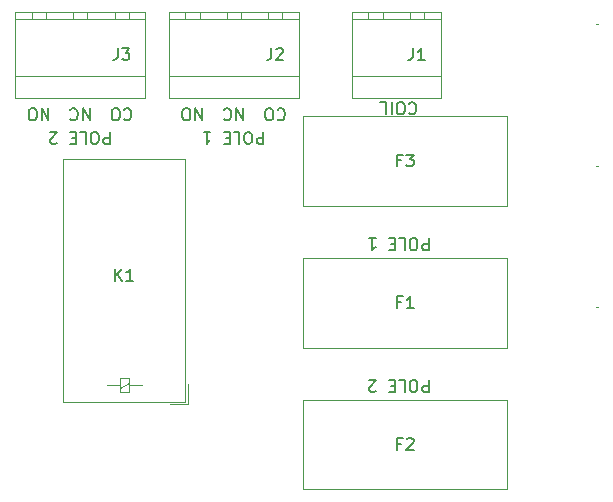
<source format=gto>
G04 #@! TF.GenerationSoftware,KiCad,Pcbnew,5.1.5-1.fc31*
G04 #@! TF.CreationDate,2020-01-08T13:59:17+01:00*
G04 #@! TF.ProjectId,troll-relay,74726f6c-6c2d-4726-956c-61792e6b6963,rev?*
G04 #@! TF.SameCoordinates,Original*
G04 #@! TF.FileFunction,Legend,Top*
G04 #@! TF.FilePolarity,Positive*
%FSLAX46Y46*%
G04 Gerber Fmt 4.6, Leading zero omitted, Abs format (unit mm)*
G04 Created by KiCad (PCBNEW 5.1.5-1.fc31) date 2020-01-08 13:59:17*
%MOMM*%
%LPD*%
G04 APERTURE LIST*
%ADD10C,0.150000*%
%ADD11C,0.120000*%
G04 APERTURE END LIST*
D10*
X160000000Y-127547619D02*
X160000000Y-128547619D01*
X159619047Y-128547619D01*
X159523809Y-128500000D01*
X159476190Y-128452380D01*
X159428571Y-128357142D01*
X159428571Y-128214285D01*
X159476190Y-128119047D01*
X159523809Y-128071428D01*
X159619047Y-128023809D01*
X160000000Y-128023809D01*
X158809523Y-128547619D02*
X158619047Y-128547619D01*
X158523809Y-128500000D01*
X158428571Y-128404761D01*
X158380952Y-128214285D01*
X158380952Y-127880952D01*
X158428571Y-127690476D01*
X158523809Y-127595238D01*
X158619047Y-127547619D01*
X158809523Y-127547619D01*
X158904761Y-127595238D01*
X159000000Y-127690476D01*
X159047619Y-127880952D01*
X159047619Y-128214285D01*
X159000000Y-128404761D01*
X158904761Y-128500000D01*
X158809523Y-128547619D01*
X157476190Y-127547619D02*
X157952380Y-127547619D01*
X157952380Y-128547619D01*
X157142857Y-128071428D02*
X156809523Y-128071428D01*
X156666666Y-127547619D02*
X157142857Y-127547619D01*
X157142857Y-128547619D01*
X156666666Y-128547619D01*
X155523809Y-128452380D02*
X155476190Y-128500000D01*
X155380952Y-128547619D01*
X155142857Y-128547619D01*
X155047619Y-128500000D01*
X155000000Y-128452380D01*
X154952380Y-128357142D01*
X154952380Y-128261904D01*
X155000000Y-128119047D01*
X155571428Y-127547619D01*
X154952380Y-127547619D01*
X160000000Y-115547619D02*
X160000000Y-116547619D01*
X159619047Y-116547619D01*
X159523809Y-116500000D01*
X159476190Y-116452380D01*
X159428571Y-116357142D01*
X159428571Y-116214285D01*
X159476190Y-116119047D01*
X159523809Y-116071428D01*
X159619047Y-116023809D01*
X160000000Y-116023809D01*
X158809523Y-116547619D02*
X158619047Y-116547619D01*
X158523809Y-116500000D01*
X158428571Y-116404761D01*
X158380952Y-116214285D01*
X158380952Y-115880952D01*
X158428571Y-115690476D01*
X158523809Y-115595238D01*
X158619047Y-115547619D01*
X158809523Y-115547619D01*
X158904761Y-115595238D01*
X159000000Y-115690476D01*
X159047619Y-115880952D01*
X159047619Y-116214285D01*
X159000000Y-116404761D01*
X158904761Y-116500000D01*
X158809523Y-116547619D01*
X157476190Y-115547619D02*
X157952380Y-115547619D01*
X157952380Y-116547619D01*
X157142857Y-116071428D02*
X156809523Y-116071428D01*
X156666666Y-115547619D02*
X157142857Y-115547619D01*
X157142857Y-116547619D01*
X156666666Y-116547619D01*
X154952380Y-115547619D02*
X155523809Y-115547619D01*
X155238095Y-115547619D02*
X155238095Y-116547619D01*
X155333333Y-116404761D01*
X155428571Y-116309523D01*
X155523809Y-116261904D01*
X146000000Y-106547619D02*
X146000000Y-107547619D01*
X145619047Y-107547619D01*
X145523809Y-107500000D01*
X145476190Y-107452380D01*
X145428571Y-107357142D01*
X145428571Y-107214285D01*
X145476190Y-107119047D01*
X145523809Y-107071428D01*
X145619047Y-107023809D01*
X146000000Y-107023809D01*
X144809523Y-107547619D02*
X144619047Y-107547619D01*
X144523809Y-107500000D01*
X144428571Y-107404761D01*
X144380952Y-107214285D01*
X144380952Y-106880952D01*
X144428571Y-106690476D01*
X144523809Y-106595238D01*
X144619047Y-106547619D01*
X144809523Y-106547619D01*
X144904761Y-106595238D01*
X145000000Y-106690476D01*
X145047619Y-106880952D01*
X145047619Y-107214285D01*
X145000000Y-107404761D01*
X144904761Y-107500000D01*
X144809523Y-107547619D01*
X143476190Y-106547619D02*
X143952380Y-106547619D01*
X143952380Y-107547619D01*
X143142857Y-107071428D02*
X142809523Y-107071428D01*
X142666666Y-106547619D02*
X143142857Y-106547619D01*
X143142857Y-107547619D01*
X142666666Y-107547619D01*
X140952380Y-106547619D02*
X141523809Y-106547619D01*
X141238095Y-106547619D02*
X141238095Y-107547619D01*
X141333333Y-107404761D01*
X141428571Y-107309523D01*
X141523809Y-107261904D01*
X133000000Y-106547619D02*
X133000000Y-107547619D01*
X132619047Y-107547619D01*
X132523809Y-107500000D01*
X132476190Y-107452380D01*
X132428571Y-107357142D01*
X132428571Y-107214285D01*
X132476190Y-107119047D01*
X132523809Y-107071428D01*
X132619047Y-107023809D01*
X133000000Y-107023809D01*
X131809523Y-107547619D02*
X131619047Y-107547619D01*
X131523809Y-107500000D01*
X131428571Y-107404761D01*
X131380952Y-107214285D01*
X131380952Y-106880952D01*
X131428571Y-106690476D01*
X131523809Y-106595238D01*
X131619047Y-106547619D01*
X131809523Y-106547619D01*
X131904761Y-106595238D01*
X132000000Y-106690476D01*
X132047619Y-106880952D01*
X132047619Y-107214285D01*
X132000000Y-107404761D01*
X131904761Y-107500000D01*
X131809523Y-107547619D01*
X130476190Y-106547619D02*
X130952380Y-106547619D01*
X130952380Y-107547619D01*
X130142857Y-107071428D02*
X129809523Y-107071428D01*
X129666666Y-106547619D02*
X130142857Y-106547619D01*
X130142857Y-107547619D01*
X129666666Y-107547619D01*
X128523809Y-107452380D02*
X128476190Y-107500000D01*
X128380952Y-107547619D01*
X128142857Y-107547619D01*
X128047619Y-107500000D01*
X128000000Y-107452380D01*
X127952380Y-107357142D01*
X127952380Y-107261904D01*
X128000000Y-107119047D01*
X128571428Y-106547619D01*
X127952380Y-106547619D01*
X127809523Y-104547619D02*
X127809523Y-105547619D01*
X127238095Y-104547619D01*
X127238095Y-105547619D01*
X126571428Y-105547619D02*
X126380952Y-105547619D01*
X126285714Y-105500000D01*
X126190476Y-105404761D01*
X126142857Y-105214285D01*
X126142857Y-104880952D01*
X126190476Y-104690476D01*
X126285714Y-104595238D01*
X126380952Y-104547619D01*
X126571428Y-104547619D01*
X126666666Y-104595238D01*
X126761904Y-104690476D01*
X126809523Y-104880952D01*
X126809523Y-105214285D01*
X126761904Y-105404761D01*
X126666666Y-105500000D01*
X126571428Y-105547619D01*
X131285714Y-104547619D02*
X131285714Y-105547619D01*
X130714285Y-104547619D01*
X130714285Y-105547619D01*
X129666666Y-104642857D02*
X129714285Y-104595238D01*
X129857142Y-104547619D01*
X129952380Y-104547619D01*
X130095238Y-104595238D01*
X130190476Y-104690476D01*
X130238095Y-104785714D01*
X130285714Y-104976190D01*
X130285714Y-105119047D01*
X130238095Y-105309523D01*
X130190476Y-105404761D01*
X130095238Y-105500000D01*
X129952380Y-105547619D01*
X129857142Y-105547619D01*
X129714285Y-105500000D01*
X129666666Y-105452380D01*
X140809523Y-104547619D02*
X140809523Y-105547619D01*
X140238095Y-104547619D01*
X140238095Y-105547619D01*
X139571428Y-105547619D02*
X139380952Y-105547619D01*
X139285714Y-105500000D01*
X139190476Y-105404761D01*
X139142857Y-105214285D01*
X139142857Y-104880952D01*
X139190476Y-104690476D01*
X139285714Y-104595238D01*
X139380952Y-104547619D01*
X139571428Y-104547619D01*
X139666666Y-104595238D01*
X139761904Y-104690476D01*
X139809523Y-104880952D01*
X139809523Y-105214285D01*
X139761904Y-105404761D01*
X139666666Y-105500000D01*
X139571428Y-105547619D01*
X144285714Y-104547619D02*
X144285714Y-105547619D01*
X143714285Y-104547619D01*
X143714285Y-105547619D01*
X142666666Y-104642857D02*
X142714285Y-104595238D01*
X142857142Y-104547619D01*
X142952380Y-104547619D01*
X143095238Y-104595238D01*
X143190476Y-104690476D01*
X143238095Y-104785714D01*
X143285714Y-104976190D01*
X143285714Y-105119047D01*
X143238095Y-105309523D01*
X143190476Y-105404761D01*
X143095238Y-105500000D01*
X142952380Y-105547619D01*
X142857142Y-105547619D01*
X142714285Y-105500000D01*
X142666666Y-105452380D01*
X147214285Y-104642857D02*
X147261904Y-104595238D01*
X147404761Y-104547619D01*
X147500000Y-104547619D01*
X147642857Y-104595238D01*
X147738095Y-104690476D01*
X147785714Y-104785714D01*
X147833333Y-104976190D01*
X147833333Y-105119047D01*
X147785714Y-105309523D01*
X147738095Y-105404761D01*
X147642857Y-105500000D01*
X147500000Y-105547619D01*
X147404761Y-105547619D01*
X147261904Y-105500000D01*
X147214285Y-105452380D01*
X146595238Y-105547619D02*
X146404761Y-105547619D01*
X146309523Y-105500000D01*
X146214285Y-105404761D01*
X146166666Y-105214285D01*
X146166666Y-104880952D01*
X146214285Y-104690476D01*
X146309523Y-104595238D01*
X146404761Y-104547619D01*
X146595238Y-104547619D01*
X146690476Y-104595238D01*
X146785714Y-104690476D01*
X146833333Y-104880952D01*
X146833333Y-105214285D01*
X146785714Y-105404761D01*
X146690476Y-105500000D01*
X146595238Y-105547619D01*
X134214285Y-104642857D02*
X134261904Y-104595238D01*
X134404761Y-104547619D01*
X134500000Y-104547619D01*
X134642857Y-104595238D01*
X134738095Y-104690476D01*
X134785714Y-104785714D01*
X134833333Y-104976190D01*
X134833333Y-105119047D01*
X134785714Y-105309523D01*
X134738095Y-105404761D01*
X134642857Y-105500000D01*
X134500000Y-105547619D01*
X134404761Y-105547619D01*
X134261904Y-105500000D01*
X134214285Y-105452380D01*
X133595238Y-105547619D02*
X133404761Y-105547619D01*
X133309523Y-105500000D01*
X133214285Y-105404761D01*
X133166666Y-105214285D01*
X133166666Y-104880952D01*
X133214285Y-104690476D01*
X133309523Y-104595238D01*
X133404761Y-104547619D01*
X133595238Y-104547619D01*
X133690476Y-104595238D01*
X133785714Y-104690476D01*
X133833333Y-104880952D01*
X133833333Y-105214285D01*
X133785714Y-105404761D01*
X133690476Y-105500000D01*
X133595238Y-105547619D01*
X158337142Y-104142857D02*
X158384761Y-104095238D01*
X158527619Y-104047619D01*
X158622857Y-104047619D01*
X158765714Y-104095238D01*
X158860952Y-104190476D01*
X158908571Y-104285714D01*
X158956190Y-104476190D01*
X158956190Y-104619047D01*
X158908571Y-104809523D01*
X158860952Y-104904761D01*
X158765714Y-105000000D01*
X158622857Y-105047619D01*
X158527619Y-105047619D01*
X158384761Y-105000000D01*
X158337142Y-104952380D01*
X157718095Y-105047619D02*
X157527619Y-105047619D01*
X157432380Y-105000000D01*
X157337142Y-104904761D01*
X157289523Y-104714285D01*
X157289523Y-104380952D01*
X157337142Y-104190476D01*
X157432380Y-104095238D01*
X157527619Y-104047619D01*
X157718095Y-104047619D01*
X157813333Y-104095238D01*
X157908571Y-104190476D01*
X157956190Y-104380952D01*
X157956190Y-104714285D01*
X157908571Y-104904761D01*
X157813333Y-105000000D01*
X157718095Y-105047619D01*
X156860952Y-104047619D02*
X156860952Y-105047619D01*
X155908571Y-104047619D02*
X156384761Y-104047619D01*
X156384761Y-105047619D01*
D11*
X166650000Y-136800000D02*
X149350000Y-136800000D01*
X166650000Y-129200000D02*
X166650000Y-136800000D01*
X174200000Y-121400000D02*
X174300000Y-121400000D01*
X149350000Y-129200000D02*
X166550000Y-129200000D01*
X149350000Y-136800000D02*
X149350000Y-129200000D01*
X166650000Y-112800000D02*
X149350000Y-112800000D01*
X166650000Y-105200000D02*
X166650000Y-112800000D01*
X174200000Y-97400000D02*
X174300000Y-97400000D01*
X149350000Y-105200000D02*
X166550000Y-105200000D01*
X149350000Y-112800000D02*
X149350000Y-105200000D01*
X126400000Y-97000000D02*
X126400000Y-96400000D01*
X127600000Y-97000000D02*
X127600000Y-96400000D01*
X125000000Y-103700000D02*
X125000000Y-96400000D01*
X129900000Y-97000000D02*
X129900000Y-96400000D01*
X131100000Y-97000000D02*
X131100000Y-96400000D01*
X133400000Y-97000000D02*
X133400000Y-96400000D01*
X134600000Y-97000000D02*
X134600000Y-96400000D01*
X136000000Y-101800000D02*
X125000000Y-101800000D01*
X136000000Y-97000000D02*
X125000000Y-97000000D01*
X136000000Y-96400000D02*
X136000000Y-103700000D01*
X125000000Y-96400000D02*
X136000000Y-96400000D01*
X136000000Y-103700000D02*
X125000000Y-103700000D01*
X166650000Y-124800000D02*
X149350000Y-124800000D01*
X166650000Y-117200000D02*
X166650000Y-124800000D01*
X174200000Y-109400000D02*
X174300000Y-109400000D01*
X149350000Y-117200000D02*
X166550000Y-117200000D01*
X149350000Y-124800000D02*
X149350000Y-117200000D01*
X139400000Y-97000000D02*
X139400000Y-96400000D01*
X140600000Y-97000000D02*
X140600000Y-96400000D01*
X138000000Y-103700000D02*
X138000000Y-96400000D01*
X142900000Y-97000000D02*
X142900000Y-96400000D01*
X144100000Y-97000000D02*
X144100000Y-96400000D01*
X146400000Y-97000000D02*
X146400000Y-96400000D01*
X147600000Y-97000000D02*
X147600000Y-96400000D01*
X149000000Y-101800000D02*
X138000000Y-101800000D01*
X149000000Y-97000000D02*
X138000000Y-97000000D01*
X149000000Y-96400000D02*
X149000000Y-103700000D01*
X138000000Y-96400000D02*
X149000000Y-96400000D01*
X149000000Y-103700000D02*
X138000000Y-103700000D01*
X154900000Y-97000000D02*
X154900000Y-96400000D01*
X156100000Y-97000000D02*
X156100000Y-96400000D01*
X158400000Y-97000000D02*
X158400000Y-96400000D01*
X159600000Y-97000000D02*
X159600000Y-96400000D01*
X161000000Y-101800000D02*
X153500000Y-101800000D01*
X161000000Y-97000000D02*
X153500000Y-97000000D01*
X161000000Y-96400000D02*
X161000000Y-103700000D01*
X153500000Y-96400000D02*
X161000000Y-96400000D01*
X153500000Y-103700000D02*
X153500000Y-96400000D01*
X161000000Y-103700000D02*
X153500000Y-103700000D01*
X133900000Y-128600000D02*
X134600000Y-128600000D01*
X133900000Y-127400000D02*
X133900000Y-128600000D01*
X134600000Y-127400000D02*
X133900000Y-127400000D01*
X134600000Y-128600000D02*
X134600000Y-127400000D01*
X134600000Y-127800000D02*
X133900000Y-128200000D01*
X133900000Y-128000000D02*
X132800000Y-128000000D01*
X134600000Y-128000000D02*
X135700000Y-128000000D01*
X129000000Y-108800000D02*
X139400000Y-108800000D01*
X129000000Y-129400000D02*
X129000000Y-108800000D01*
X139400000Y-129400000D02*
X129000000Y-129400000D01*
X139400000Y-108800000D02*
X139400000Y-129400000D01*
X139600000Y-129600000D02*
X138100000Y-129600000D01*
X139600000Y-127900000D02*
X139600000Y-129600000D01*
D10*
X157666666Y-132928571D02*
X157333333Y-132928571D01*
X157333333Y-133452380D02*
X157333333Y-132452380D01*
X157809523Y-132452380D01*
X158142857Y-132547619D02*
X158190476Y-132500000D01*
X158285714Y-132452380D01*
X158523809Y-132452380D01*
X158619047Y-132500000D01*
X158666666Y-132547619D01*
X158714285Y-132642857D01*
X158714285Y-132738095D01*
X158666666Y-132880952D01*
X158095238Y-133452380D01*
X158714285Y-133452380D01*
X157666666Y-108928571D02*
X157333333Y-108928571D01*
X157333333Y-109452380D02*
X157333333Y-108452380D01*
X157809523Y-108452380D01*
X158095238Y-108452380D02*
X158714285Y-108452380D01*
X158380952Y-108833333D01*
X158523809Y-108833333D01*
X158619047Y-108880952D01*
X158666666Y-108928571D01*
X158714285Y-109023809D01*
X158714285Y-109261904D01*
X158666666Y-109357142D01*
X158619047Y-109404761D01*
X158523809Y-109452380D01*
X158238095Y-109452380D01*
X158142857Y-109404761D01*
X158095238Y-109357142D01*
X133666666Y-99452380D02*
X133666666Y-100166666D01*
X133619047Y-100309523D01*
X133523809Y-100404761D01*
X133380952Y-100452380D01*
X133285714Y-100452380D01*
X134047619Y-99452380D02*
X134666666Y-99452380D01*
X134333333Y-99833333D01*
X134476190Y-99833333D01*
X134571428Y-99880952D01*
X134619047Y-99928571D01*
X134666666Y-100023809D01*
X134666666Y-100261904D01*
X134619047Y-100357142D01*
X134571428Y-100404761D01*
X134476190Y-100452380D01*
X134190476Y-100452380D01*
X134095238Y-100404761D01*
X134047619Y-100357142D01*
X157666666Y-120928571D02*
X157333333Y-120928571D01*
X157333333Y-121452380D02*
X157333333Y-120452380D01*
X157809523Y-120452380D01*
X158714285Y-121452380D02*
X158142857Y-121452380D01*
X158428571Y-121452380D02*
X158428571Y-120452380D01*
X158333333Y-120595238D01*
X158238095Y-120690476D01*
X158142857Y-120738095D01*
X146666666Y-99452380D02*
X146666666Y-100166666D01*
X146619047Y-100309523D01*
X146523809Y-100404761D01*
X146380952Y-100452380D01*
X146285714Y-100452380D01*
X147095238Y-99547619D02*
X147142857Y-99500000D01*
X147238095Y-99452380D01*
X147476190Y-99452380D01*
X147571428Y-99500000D01*
X147619047Y-99547619D01*
X147666666Y-99642857D01*
X147666666Y-99738095D01*
X147619047Y-99880952D01*
X147047619Y-100452380D01*
X147666666Y-100452380D01*
X158666666Y-99452380D02*
X158666666Y-100166666D01*
X158619047Y-100309523D01*
X158523809Y-100404761D01*
X158380952Y-100452380D01*
X158285714Y-100452380D01*
X159666666Y-100452380D02*
X159095238Y-100452380D01*
X159380952Y-100452380D02*
X159380952Y-99452380D01*
X159285714Y-99595238D01*
X159190476Y-99690476D01*
X159095238Y-99738095D01*
X133451904Y-119152380D02*
X133451904Y-118152380D01*
X134023333Y-119152380D02*
X133594761Y-118580952D01*
X134023333Y-118152380D02*
X133451904Y-118723809D01*
X134975714Y-119152380D02*
X134404285Y-119152380D01*
X134690000Y-119152380D02*
X134690000Y-118152380D01*
X134594761Y-118295238D01*
X134499523Y-118390476D01*
X134404285Y-118438095D01*
M02*

</source>
